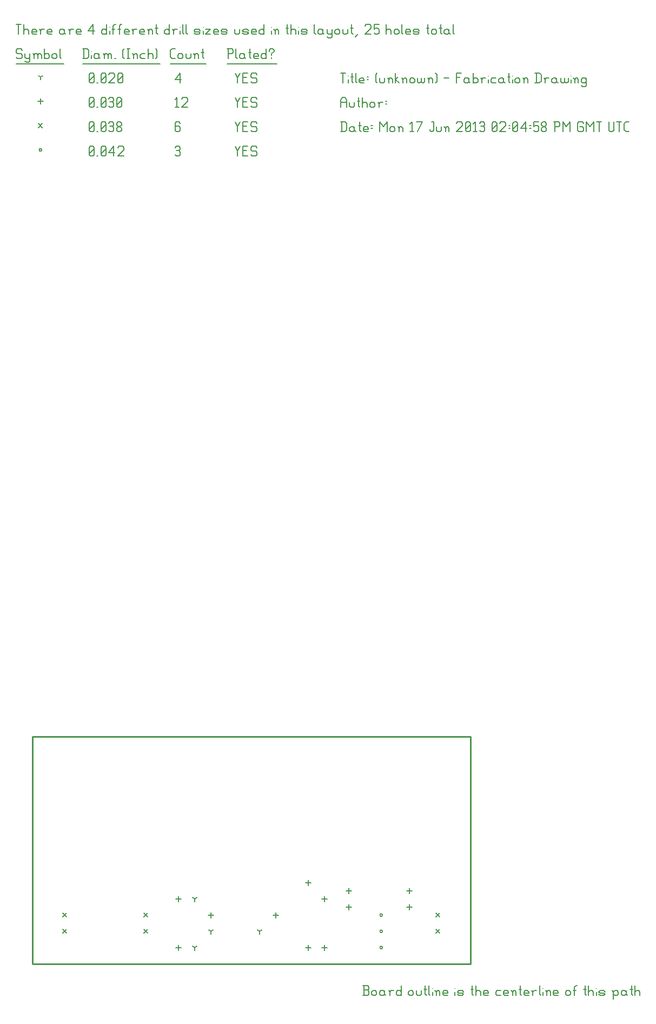
<source format=gbr>
G04 start of page 12 for group -3984 idx -3984 *
G04 Title: (unknown), fab *
G04 Creator: pcb 20110918 *
G04 CreationDate: Mon 17 Jun 2013 02:04:58 PM GMT UTC *
G04 For: commonadmin *
G04 Format: Gerber/RS-274X *
G04 PCB-Dimensions: 600000 500000 *
G04 PCB-Coordinate-Origin: lower left *
%MOIN*%
%FSLAX25Y25*%
%LNFAB*%
%ADD50C,0.0100*%
%ADD49C,0.0075*%
%ADD48C,0.0060*%
%ADD47C,0.0080*%
G54D47*X224200Y20000D02*G75*G03X225800Y20000I800J0D01*G01*
G75*G03X224200Y20000I-800J0D01*G01*
Y30000D02*G75*G03X225800Y30000I800J0D01*G01*
G75*G03X224200Y30000I-800J0D01*G01*
Y40000D02*G75*G03X225800Y40000I800J0D01*G01*
G75*G03X224200Y40000I-800J0D01*G01*
X14200Y511250D02*G75*G03X15800Y511250I800J0D01*G01*
G75*G03X14200Y511250I-800J0D01*G01*
G54D48*X135000Y513500D02*X136500Y510500D01*
X138000Y513500D01*
X136500Y510500D02*Y507500D01*
X139800Y510800D02*X142050D01*
X139800Y507500D02*X142800D01*
X139800Y513500D02*Y507500D01*
Y513500D02*X142800D01*
X147600D02*X148350Y512750D01*
X145350Y513500D02*X147600D01*
X144600Y512750D02*X145350Y513500D01*
X144600Y512750D02*Y511250D01*
X145350Y510500D01*
X147600D01*
X148350Y509750D01*
Y508250D01*
X147600Y507500D02*X148350Y508250D01*
X145350Y507500D02*X147600D01*
X144600Y508250D02*X145350Y507500D01*
X98000Y512750D02*X98750Y513500D01*
X100250D01*
X101000Y512750D01*
X100250Y507500D02*X101000Y508250D01*
X98750Y507500D02*X100250D01*
X98000Y508250D02*X98750Y507500D01*
Y510800D02*X100250D01*
X101000Y512750D02*Y511550D01*
Y510050D02*Y508250D01*
Y510050D02*X100250Y510800D01*
X101000Y511550D02*X100250Y510800D01*
X45000Y508250D02*X45750Y507500D01*
X45000Y512750D02*Y508250D01*
Y512750D02*X45750Y513500D01*
X47250D01*
X48000Y512750D01*
Y508250D01*
X47250Y507500D02*X48000Y508250D01*
X45750Y507500D02*X47250D01*
X45000Y509000D02*X48000Y512000D01*
X49800Y507500D02*X50550D01*
X52350Y508250D02*X53100Y507500D01*
X52350Y512750D02*Y508250D01*
Y512750D02*X53100Y513500D01*
X54600D01*
X55350Y512750D01*
Y508250D01*
X54600Y507500D02*X55350Y508250D01*
X53100Y507500D02*X54600D01*
X52350Y509000D02*X55350Y512000D01*
X57150Y509750D02*X60150Y513500D01*
X57150Y509750D02*X60900D01*
X60150Y513500D02*Y507500D01*
X62700Y512750D02*X63450Y513500D01*
X65700D01*
X66450Y512750D01*
Y511250D01*
X62700Y507500D02*X66450Y511250D01*
X62700Y507500D02*X66450D01*
X28800Y31200D02*X31200Y28800D01*
X28800D02*X31200Y31200D01*
X28800Y41200D02*X31200Y38800D01*
X28800D02*X31200Y41200D01*
X78800Y31200D02*X81200Y28800D01*
X78800D02*X81200Y31200D01*
X78800Y41200D02*X81200Y38800D01*
X78800D02*X81200Y41200D01*
X258800Y31200D02*X261200Y28800D01*
X258800D02*X261200Y31200D01*
X258800Y41200D02*X261200Y38800D01*
X258800D02*X261200Y41200D01*
X13800Y527450D02*X16200Y525050D01*
X13800D02*X16200Y527450D01*
X135000Y528500D02*X136500Y525500D01*
X138000Y528500D01*
X136500Y525500D02*Y522500D01*
X139800Y525800D02*X142050D01*
X139800Y522500D02*X142800D01*
X139800Y528500D02*Y522500D01*
Y528500D02*X142800D01*
X147600D02*X148350Y527750D01*
X145350Y528500D02*X147600D01*
X144600Y527750D02*X145350Y528500D01*
X144600Y527750D02*Y526250D01*
X145350Y525500D01*
X147600D01*
X148350Y524750D01*
Y523250D01*
X147600Y522500D02*X148350Y523250D01*
X145350Y522500D02*X147600D01*
X144600Y523250D02*X145350Y522500D01*
X100250Y528500D02*X101000Y527750D01*
X98750Y528500D02*X100250D01*
X98000Y527750D02*X98750Y528500D01*
X98000Y527750D02*Y523250D01*
X98750Y522500D01*
X100250Y525800D02*X101000Y525050D01*
X98000Y525800D02*X100250D01*
X98750Y522500D02*X100250D01*
X101000Y523250D01*
Y525050D02*Y523250D01*
X45000D02*X45750Y522500D01*
X45000Y527750D02*Y523250D01*
Y527750D02*X45750Y528500D01*
X47250D01*
X48000Y527750D01*
Y523250D01*
X47250Y522500D02*X48000Y523250D01*
X45750Y522500D02*X47250D01*
X45000Y524000D02*X48000Y527000D01*
X49800Y522500D02*X50550D01*
X52350Y523250D02*X53100Y522500D01*
X52350Y527750D02*Y523250D01*
Y527750D02*X53100Y528500D01*
X54600D01*
X55350Y527750D01*
Y523250D01*
X54600Y522500D02*X55350Y523250D01*
X53100Y522500D02*X54600D01*
X52350Y524000D02*X55350Y527000D01*
X57150Y527750D02*X57900Y528500D01*
X59400D01*
X60150Y527750D01*
X59400Y522500D02*X60150Y523250D01*
X57900Y522500D02*X59400D01*
X57150Y523250D02*X57900Y522500D01*
Y525800D02*X59400D01*
X60150Y527750D02*Y526550D01*
Y525050D02*Y523250D01*
Y525050D02*X59400Y525800D01*
X60150Y526550D02*X59400Y525800D01*
X61950Y523250D02*X62700Y522500D01*
X61950Y524450D02*Y523250D01*
Y524450D02*X63000Y525500D01*
X63900D01*
X64950Y524450D01*
Y523250D01*
X64200Y522500D02*X64950Y523250D01*
X62700Y522500D02*X64200D01*
X61950Y526550D02*X63000Y525500D01*
X61950Y527750D02*Y526550D01*
Y527750D02*X62700Y528500D01*
X64200D01*
X64950Y527750D01*
Y526550D01*
X63900Y525500D02*X64950Y526550D01*
X100000Y21600D02*Y18400D01*
X98400Y20000D02*X101600D01*
X100000Y51600D02*Y48400D01*
X98400Y50000D02*X101600D01*
X120000Y41600D02*Y38400D01*
X118400Y40000D02*X121600D01*
X160000Y41600D02*Y38400D01*
X158400Y40000D02*X161600D01*
X190000Y21600D02*Y18400D01*
X188400Y20000D02*X191600D01*
X190000Y51600D02*Y48400D01*
X188400Y50000D02*X191600D01*
X180000Y61600D02*Y58400D01*
X178400Y60000D02*X181600D01*
X180000Y21600D02*Y18400D01*
X178400Y20000D02*X181600D01*
X205000Y56600D02*Y53400D01*
X203400Y55000D02*X206600D01*
X205000Y46600D02*Y43400D01*
X203400Y45000D02*X206600D01*
X242500Y56600D02*Y53400D01*
X240900Y55000D02*X244100D01*
X242500Y46600D02*Y43400D01*
X240900Y45000D02*X244100D01*
X15000Y542850D02*Y539650D01*
X13400Y541250D02*X16600D01*
X135000Y543500D02*X136500Y540500D01*
X138000Y543500D01*
X136500Y540500D02*Y537500D01*
X139800Y540800D02*X142050D01*
X139800Y537500D02*X142800D01*
X139800Y543500D02*Y537500D01*
Y543500D02*X142800D01*
X147600D02*X148350Y542750D01*
X145350Y543500D02*X147600D01*
X144600Y542750D02*X145350Y543500D01*
X144600Y542750D02*Y541250D01*
X145350Y540500D01*
X147600D01*
X148350Y539750D01*
Y538250D01*
X147600Y537500D02*X148350Y538250D01*
X145350Y537500D02*X147600D01*
X144600Y538250D02*X145350Y537500D01*
X98000Y542300D02*X99200Y543500D01*
Y537500D01*
X98000D02*X100250D01*
X102050Y542750D02*X102800Y543500D01*
X105050D01*
X105800Y542750D01*
Y541250D01*
X102050Y537500D02*X105800Y541250D01*
X102050Y537500D02*X105800D01*
X45000Y538250D02*X45750Y537500D01*
X45000Y542750D02*Y538250D01*
Y542750D02*X45750Y543500D01*
X47250D01*
X48000Y542750D01*
Y538250D01*
X47250Y537500D02*X48000Y538250D01*
X45750Y537500D02*X47250D01*
X45000Y539000D02*X48000Y542000D01*
X49800Y537500D02*X50550D01*
X52350Y538250D02*X53100Y537500D01*
X52350Y542750D02*Y538250D01*
Y542750D02*X53100Y543500D01*
X54600D01*
X55350Y542750D01*
Y538250D01*
X54600Y537500D02*X55350Y538250D01*
X53100Y537500D02*X54600D01*
X52350Y539000D02*X55350Y542000D01*
X57150Y542750D02*X57900Y543500D01*
X59400D01*
X60150Y542750D01*
X59400Y537500D02*X60150Y538250D01*
X57900Y537500D02*X59400D01*
X57150Y538250D02*X57900Y537500D01*
Y540800D02*X59400D01*
X60150Y542750D02*Y541550D01*
Y540050D02*Y538250D01*
Y540050D02*X59400Y540800D01*
X60150Y541550D02*X59400Y540800D01*
X61950Y538250D02*X62700Y537500D01*
X61950Y542750D02*Y538250D01*
Y542750D02*X62700Y543500D01*
X64200D01*
X64950Y542750D01*
Y538250D01*
X64200Y537500D02*X64950Y538250D01*
X62700Y537500D02*X64200D01*
X61950Y539000D02*X64950Y542000D01*
X110000Y50000D02*Y48400D01*
Y50000D02*X111387Y50800D01*
X110000Y50000D02*X108613Y50800D01*
X110000Y20000D02*Y18400D01*
Y20000D02*X111387Y20800D01*
X110000Y20000D02*X108613Y20800D01*
X150000Y30000D02*Y28400D01*
Y30000D02*X151387Y30800D01*
X150000Y30000D02*X148613Y30800D01*
X120000Y30000D02*Y28400D01*
Y30000D02*X121387Y30800D01*
X120000Y30000D02*X118613Y30800D01*
X15000Y556250D02*Y554650D01*
Y556250D02*X16387Y557050D01*
X15000Y556250D02*X13613Y557050D01*
X135000Y558500D02*X136500Y555500D01*
X138000Y558500D01*
X136500Y555500D02*Y552500D01*
X139800Y555800D02*X142050D01*
X139800Y552500D02*X142800D01*
X139800Y558500D02*Y552500D01*
Y558500D02*X142800D01*
X147600D02*X148350Y557750D01*
X145350Y558500D02*X147600D01*
X144600Y557750D02*X145350Y558500D01*
X144600Y557750D02*Y556250D01*
X145350Y555500D01*
X147600D01*
X148350Y554750D01*
Y553250D01*
X147600Y552500D02*X148350Y553250D01*
X145350Y552500D02*X147600D01*
X144600Y553250D02*X145350Y552500D01*
X98000Y554750D02*X101000Y558500D01*
X98000Y554750D02*X101750D01*
X101000Y558500D02*Y552500D01*
X45000Y553250D02*X45750Y552500D01*
X45000Y557750D02*Y553250D01*
Y557750D02*X45750Y558500D01*
X47250D01*
X48000Y557750D01*
Y553250D01*
X47250Y552500D02*X48000Y553250D01*
X45750Y552500D02*X47250D01*
X45000Y554000D02*X48000Y557000D01*
X49800Y552500D02*X50550D01*
X52350Y553250D02*X53100Y552500D01*
X52350Y557750D02*Y553250D01*
Y557750D02*X53100Y558500D01*
X54600D01*
X55350Y557750D01*
Y553250D01*
X54600Y552500D02*X55350Y553250D01*
X53100Y552500D02*X54600D01*
X52350Y554000D02*X55350Y557000D01*
X57150Y557750D02*X57900Y558500D01*
X60150D01*
X60900Y557750D01*
Y556250D01*
X57150Y552500D02*X60900Y556250D01*
X57150Y552500D02*X60900D01*
X62700Y553250D02*X63450Y552500D01*
X62700Y557750D02*Y553250D01*
Y557750D02*X63450Y558500D01*
X64950D01*
X65700Y557750D01*
Y553250D01*
X64950Y552500D02*X65700Y553250D01*
X63450Y552500D02*X64950D01*
X62700Y554000D02*X65700Y557000D01*
X3000Y573500D02*X3750Y572750D01*
X750Y573500D02*X3000D01*
X0Y572750D02*X750Y573500D01*
X0Y572750D02*Y571250D01*
X750Y570500D01*
X3000D01*
X3750Y569750D01*
Y568250D01*
X3000Y567500D02*X3750Y568250D01*
X750Y567500D02*X3000D01*
X0Y568250D02*X750Y567500D01*
X5550Y570500D02*Y568250D01*
X6300Y567500D01*
X8550Y570500D02*Y566000D01*
X7800Y565250D02*X8550Y566000D01*
X6300Y565250D02*X7800D01*
X5550Y566000D02*X6300Y565250D01*
Y567500D02*X7800D01*
X8550Y568250D01*
X11100Y569750D02*Y567500D01*
Y569750D02*X11850Y570500D01*
X12600D01*
X13350Y569750D01*
Y567500D01*
Y569750D02*X14100Y570500D01*
X14850D01*
X15600Y569750D01*
Y567500D01*
X10350Y570500D02*X11100Y569750D01*
X17400Y573500D02*Y567500D01*
Y568250D02*X18150Y567500D01*
X19650D01*
X20400Y568250D01*
Y569750D02*Y568250D01*
X19650Y570500D02*X20400Y569750D01*
X18150Y570500D02*X19650D01*
X17400Y569750D02*X18150Y570500D01*
X22200Y569750D02*Y568250D01*
Y569750D02*X22950Y570500D01*
X24450D01*
X25200Y569750D01*
Y568250D01*
X24450Y567500D02*X25200Y568250D01*
X22950Y567500D02*X24450D01*
X22200Y568250D02*X22950Y567500D01*
X27000Y573500D02*Y568250D01*
X27750Y567500D01*
X0Y564250D02*X29250D01*
X41750Y573500D02*Y567500D01*
X43700Y573500D02*X44750Y572450D01*
Y568550D01*
X43700Y567500D02*X44750Y568550D01*
X41000Y567500D02*X43700D01*
X41000Y573500D02*X43700D01*
G54D49*X46550Y572000D02*Y571850D01*
G54D48*Y569750D02*Y567500D01*
X50300Y570500D02*X51050Y569750D01*
X48800Y570500D02*X50300D01*
X48050Y569750D02*X48800Y570500D01*
X48050Y569750D02*Y568250D01*
X48800Y567500D01*
X51050Y570500D02*Y568250D01*
X51800Y567500D01*
X48800D02*X50300D01*
X51050Y568250D01*
X54350Y569750D02*Y567500D01*
Y569750D02*X55100Y570500D01*
X55850D01*
X56600Y569750D01*
Y567500D01*
Y569750D02*X57350Y570500D01*
X58100D01*
X58850Y569750D01*
Y567500D01*
X53600Y570500D02*X54350Y569750D01*
X60650Y567500D02*X61400D01*
X65900Y568250D02*X66650Y567500D01*
X65900Y572750D02*X66650Y573500D01*
X65900Y572750D02*Y568250D01*
X68450Y573500D02*X69950D01*
X69200D02*Y567500D01*
X68450D02*X69950D01*
X72500Y569750D02*Y567500D01*
Y569750D02*X73250Y570500D01*
X74000D01*
X74750Y569750D01*
Y567500D01*
X71750Y570500D02*X72500Y569750D01*
X77300Y570500D02*X79550D01*
X76550Y569750D02*X77300Y570500D01*
X76550Y569750D02*Y568250D01*
X77300Y567500D01*
X79550D01*
X81350Y573500D02*Y567500D01*
Y569750D02*X82100Y570500D01*
X83600D01*
X84350Y569750D01*
Y567500D01*
X86150Y573500D02*X86900Y572750D01*
Y568250D01*
X86150Y567500D02*X86900Y568250D01*
X41000Y564250D02*X88700D01*
X96050Y567500D02*X98000D01*
X95000Y568550D02*X96050Y567500D01*
X95000Y572450D02*Y568550D01*
Y572450D02*X96050Y573500D01*
X98000D01*
X99800Y569750D02*Y568250D01*
Y569750D02*X100550Y570500D01*
X102050D01*
X102800Y569750D01*
Y568250D01*
X102050Y567500D02*X102800Y568250D01*
X100550Y567500D02*X102050D01*
X99800Y568250D02*X100550Y567500D01*
X104600Y570500D02*Y568250D01*
X105350Y567500D01*
X106850D01*
X107600Y568250D01*
Y570500D02*Y568250D01*
X110150Y569750D02*Y567500D01*
Y569750D02*X110900Y570500D01*
X111650D01*
X112400Y569750D01*
Y567500D01*
X109400Y570500D02*X110150Y569750D01*
X114950Y573500D02*Y568250D01*
X115700Y567500D01*
X114200Y571250D02*X115700D01*
X95000Y564250D02*X117200D01*
X130750Y573500D02*Y567500D01*
X130000Y573500D02*X133000D01*
X133750Y572750D01*
Y571250D01*
X133000Y570500D02*X133750Y571250D01*
X130750Y570500D02*X133000D01*
X135550Y573500D02*Y568250D01*
X136300Y567500D01*
X140050Y570500D02*X140800Y569750D01*
X138550Y570500D02*X140050D01*
X137800Y569750D02*X138550Y570500D01*
X137800Y569750D02*Y568250D01*
X138550Y567500D01*
X140800Y570500D02*Y568250D01*
X141550Y567500D01*
X138550D02*X140050D01*
X140800Y568250D01*
X144100Y573500D02*Y568250D01*
X144850Y567500D01*
X143350Y571250D02*X144850D01*
X147100Y567500D02*X149350D01*
X146350Y568250D02*X147100Y567500D01*
X146350Y569750D02*Y568250D01*
Y569750D02*X147100Y570500D01*
X148600D01*
X149350Y569750D01*
X146350Y569000D02*X149350D01*
Y569750D02*Y569000D01*
X154150Y573500D02*Y567500D01*
X153400D02*X154150Y568250D01*
X151900Y567500D02*X153400D01*
X151150Y568250D02*X151900Y567500D01*
X151150Y569750D02*Y568250D01*
Y569750D02*X151900Y570500D01*
X153400D01*
X154150Y569750D01*
X157450Y570500D02*Y569750D01*
Y568250D02*Y567500D01*
X155950Y572750D02*Y572000D01*
Y572750D02*X156700Y573500D01*
X158200D01*
X158950Y572750D01*
Y572000D01*
X157450Y570500D02*X158950Y572000D01*
X130000Y564250D02*X160750D01*
X0Y588500D02*X3000D01*
X1500D02*Y582500D01*
X4800Y588500D02*Y582500D01*
Y584750D02*X5550Y585500D01*
X7050D01*
X7800Y584750D01*
Y582500D01*
X10350D02*X12600D01*
X9600Y583250D02*X10350Y582500D01*
X9600Y584750D02*Y583250D01*
Y584750D02*X10350Y585500D01*
X11850D01*
X12600Y584750D01*
X9600Y584000D02*X12600D01*
Y584750D02*Y584000D01*
X15150Y584750D02*Y582500D01*
Y584750D02*X15900Y585500D01*
X17400D01*
X14400D02*X15150Y584750D01*
X19950Y582500D02*X22200D01*
X19200Y583250D02*X19950Y582500D01*
X19200Y584750D02*Y583250D01*
Y584750D02*X19950Y585500D01*
X21450D01*
X22200Y584750D01*
X19200Y584000D02*X22200D01*
Y584750D02*Y584000D01*
X28950Y585500D02*X29700Y584750D01*
X27450Y585500D02*X28950D01*
X26700Y584750D02*X27450Y585500D01*
X26700Y584750D02*Y583250D01*
X27450Y582500D01*
X29700Y585500D02*Y583250D01*
X30450Y582500D01*
X27450D02*X28950D01*
X29700Y583250D01*
X33000Y584750D02*Y582500D01*
Y584750D02*X33750Y585500D01*
X35250D01*
X32250D02*X33000Y584750D01*
X37800Y582500D02*X40050D01*
X37050Y583250D02*X37800Y582500D01*
X37050Y584750D02*Y583250D01*
Y584750D02*X37800Y585500D01*
X39300D01*
X40050Y584750D01*
X37050Y584000D02*X40050D01*
Y584750D02*Y584000D01*
X44550Y584750D02*X47550Y588500D01*
X44550Y584750D02*X48300D01*
X47550Y588500D02*Y582500D01*
X55800Y588500D02*Y582500D01*
X55050D02*X55800Y583250D01*
X53550Y582500D02*X55050D01*
X52800Y583250D02*X53550Y582500D01*
X52800Y584750D02*Y583250D01*
Y584750D02*X53550Y585500D01*
X55050D01*
X55800Y584750D01*
G54D49*X57600Y587000D02*Y586850D01*
G54D48*Y584750D02*Y582500D01*
X59850Y587750D02*Y582500D01*
Y587750D02*X60600Y588500D01*
X61350D01*
X59100Y585500D02*X60600D01*
X63600Y587750D02*Y582500D01*
Y587750D02*X64350Y588500D01*
X65100D01*
X62850Y585500D02*X64350D01*
X67350Y582500D02*X69600D01*
X66600Y583250D02*X67350Y582500D01*
X66600Y584750D02*Y583250D01*
Y584750D02*X67350Y585500D01*
X68850D01*
X69600Y584750D01*
X66600Y584000D02*X69600D01*
Y584750D02*Y584000D01*
X72150Y584750D02*Y582500D01*
Y584750D02*X72900Y585500D01*
X74400D01*
X71400D02*X72150Y584750D01*
X76950Y582500D02*X79200D01*
X76200Y583250D02*X76950Y582500D01*
X76200Y584750D02*Y583250D01*
Y584750D02*X76950Y585500D01*
X78450D01*
X79200Y584750D01*
X76200Y584000D02*X79200D01*
Y584750D02*Y584000D01*
X81750Y584750D02*Y582500D01*
Y584750D02*X82500Y585500D01*
X83250D01*
X84000Y584750D01*
Y582500D01*
X81000Y585500D02*X81750Y584750D01*
X86550Y588500D02*Y583250D01*
X87300Y582500D01*
X85800Y586250D02*X87300D01*
X94500Y588500D02*Y582500D01*
X93750D02*X94500Y583250D01*
X92250Y582500D02*X93750D01*
X91500Y583250D02*X92250Y582500D01*
X91500Y584750D02*Y583250D01*
Y584750D02*X92250Y585500D01*
X93750D01*
X94500Y584750D01*
X97050D02*Y582500D01*
Y584750D02*X97800Y585500D01*
X99300D01*
X96300D02*X97050Y584750D01*
G54D49*X101100Y587000D02*Y586850D01*
G54D48*Y584750D02*Y582500D01*
X102600Y588500D02*Y583250D01*
X103350Y582500D01*
X104850Y588500D02*Y583250D01*
X105600Y582500D01*
X110550D02*X112800D01*
X113550Y583250D01*
X112800Y584000D02*X113550Y583250D01*
X110550Y584000D02*X112800D01*
X109800Y584750D02*X110550Y584000D01*
X109800Y584750D02*X110550Y585500D01*
X112800D01*
X113550Y584750D01*
X109800Y583250D02*X110550Y582500D01*
G54D49*X115350Y587000D02*Y586850D01*
G54D48*Y584750D02*Y582500D01*
X116850Y585500D02*X119850D01*
X116850Y582500D02*X119850Y585500D01*
X116850Y582500D02*X119850D01*
X122400D02*X124650D01*
X121650Y583250D02*X122400Y582500D01*
X121650Y584750D02*Y583250D01*
Y584750D02*X122400Y585500D01*
X123900D01*
X124650Y584750D01*
X121650Y584000D02*X124650D01*
Y584750D02*Y584000D01*
X127200Y582500D02*X129450D01*
X130200Y583250D01*
X129450Y584000D02*X130200Y583250D01*
X127200Y584000D02*X129450D01*
X126450Y584750D02*X127200Y584000D01*
X126450Y584750D02*X127200Y585500D01*
X129450D01*
X130200Y584750D01*
X126450Y583250D02*X127200Y582500D01*
X134700Y585500D02*Y583250D01*
X135450Y582500D01*
X136950D01*
X137700Y583250D01*
Y585500D02*Y583250D01*
X140250Y582500D02*X142500D01*
X143250Y583250D01*
X142500Y584000D02*X143250Y583250D01*
X140250Y584000D02*X142500D01*
X139500Y584750D02*X140250Y584000D01*
X139500Y584750D02*X140250Y585500D01*
X142500D01*
X143250Y584750D01*
X139500Y583250D02*X140250Y582500D01*
X145800D02*X148050D01*
X145050Y583250D02*X145800Y582500D01*
X145050Y584750D02*Y583250D01*
Y584750D02*X145800Y585500D01*
X147300D01*
X148050Y584750D01*
X145050Y584000D02*X148050D01*
Y584750D02*Y584000D01*
X152850Y588500D02*Y582500D01*
X152100D02*X152850Y583250D01*
X150600Y582500D02*X152100D01*
X149850Y583250D02*X150600Y582500D01*
X149850Y584750D02*Y583250D01*
Y584750D02*X150600Y585500D01*
X152100D01*
X152850Y584750D01*
G54D49*X157350Y587000D02*Y586850D01*
G54D48*Y584750D02*Y582500D01*
X159600Y584750D02*Y582500D01*
Y584750D02*X160350Y585500D01*
X161100D01*
X161850Y584750D01*
Y582500D01*
X158850Y585500D02*X159600Y584750D01*
X167100Y588500D02*Y583250D01*
X167850Y582500D01*
X166350Y586250D02*X167850D01*
X169350Y588500D02*Y582500D01*
Y584750D02*X170100Y585500D01*
X171600D01*
X172350Y584750D01*
Y582500D01*
G54D49*X174150Y587000D02*Y586850D01*
G54D48*Y584750D02*Y582500D01*
X176400D02*X178650D01*
X179400Y583250D01*
X178650Y584000D02*X179400Y583250D01*
X176400Y584000D02*X178650D01*
X175650Y584750D02*X176400Y584000D01*
X175650Y584750D02*X176400Y585500D01*
X178650D01*
X179400Y584750D01*
X175650Y583250D02*X176400Y582500D01*
X183900Y588500D02*Y583250D01*
X184650Y582500D01*
X188400Y585500D02*X189150Y584750D01*
X186900Y585500D02*X188400D01*
X186150Y584750D02*X186900Y585500D01*
X186150Y584750D02*Y583250D01*
X186900Y582500D01*
X189150Y585500D02*Y583250D01*
X189900Y582500D01*
X186900D02*X188400D01*
X189150Y583250D01*
X191700Y585500D02*Y583250D01*
X192450Y582500D01*
X194700Y585500D02*Y581000D01*
X193950Y580250D02*X194700Y581000D01*
X192450Y580250D02*X193950D01*
X191700Y581000D02*X192450Y580250D01*
Y582500D02*X193950D01*
X194700Y583250D01*
X196500Y584750D02*Y583250D01*
Y584750D02*X197250Y585500D01*
X198750D01*
X199500Y584750D01*
Y583250D01*
X198750Y582500D02*X199500Y583250D01*
X197250Y582500D02*X198750D01*
X196500Y583250D02*X197250Y582500D01*
X201300Y585500D02*Y583250D01*
X202050Y582500D01*
X203550D01*
X204300Y583250D01*
Y585500D02*Y583250D01*
X206850Y588500D02*Y583250D01*
X207600Y582500D01*
X206100Y586250D02*X207600D01*
X209100Y581000D02*X210600Y582500D01*
X215100Y587750D02*X215850Y588500D01*
X218100D01*
X218850Y587750D01*
Y586250D01*
X215100Y582500D02*X218850Y586250D01*
X215100Y582500D02*X218850D01*
X220650Y588500D02*X223650D01*
X220650D02*Y585500D01*
X221400Y586250D01*
X222900D01*
X223650Y585500D01*
Y583250D01*
X222900Y582500D02*X223650Y583250D01*
X221400Y582500D02*X222900D01*
X220650Y583250D02*X221400Y582500D01*
X228150Y588500D02*Y582500D01*
Y584750D02*X228900Y585500D01*
X230400D01*
X231150Y584750D01*
Y582500D01*
X232950Y584750D02*Y583250D01*
Y584750D02*X233700Y585500D01*
X235200D01*
X235950Y584750D01*
Y583250D01*
X235200Y582500D02*X235950Y583250D01*
X233700Y582500D02*X235200D01*
X232950Y583250D02*X233700Y582500D01*
X237750Y588500D02*Y583250D01*
X238500Y582500D01*
X240750D02*X243000D01*
X240000Y583250D02*X240750Y582500D01*
X240000Y584750D02*Y583250D01*
Y584750D02*X240750Y585500D01*
X242250D01*
X243000Y584750D01*
X240000Y584000D02*X243000D01*
Y584750D02*Y584000D01*
X245550Y582500D02*X247800D01*
X248550Y583250D01*
X247800Y584000D02*X248550Y583250D01*
X245550Y584000D02*X247800D01*
X244800Y584750D02*X245550Y584000D01*
X244800Y584750D02*X245550Y585500D01*
X247800D01*
X248550Y584750D01*
X244800Y583250D02*X245550Y582500D01*
X253800Y588500D02*Y583250D01*
X254550Y582500D01*
X253050Y586250D02*X254550D01*
X256050Y584750D02*Y583250D01*
Y584750D02*X256800Y585500D01*
X258300D01*
X259050Y584750D01*
Y583250D01*
X258300Y582500D02*X259050Y583250D01*
X256800Y582500D02*X258300D01*
X256050Y583250D02*X256800Y582500D01*
X261600Y588500D02*Y583250D01*
X262350Y582500D01*
X260850Y586250D02*X262350D01*
X266100Y585500D02*X266850Y584750D01*
X264600Y585500D02*X266100D01*
X263850Y584750D02*X264600Y585500D01*
X263850Y584750D02*Y583250D01*
X264600Y582500D01*
X266850Y585500D02*Y583250D01*
X267600Y582500D01*
X264600D02*X266100D01*
X266850Y583250D01*
X269400Y588500D02*Y583250D01*
X270150Y582500D01*
G54D50*X10000Y10000D02*X280000D01*
Y150000D01*
X10000D01*
Y10000D01*
G54D48*X213675Y-9500D02*X216675D01*
X217425Y-8750D01*
Y-6950D02*Y-8750D01*
X216675Y-6200D02*X217425Y-6950D01*
X214425Y-6200D02*X216675D01*
X214425Y-3500D02*Y-9500D01*
X213675Y-3500D02*X216675D01*
X217425Y-4250D01*
Y-5450D01*
X216675Y-6200D02*X217425Y-5450D01*
X219225Y-7250D02*Y-8750D01*
Y-7250D02*X219975Y-6500D01*
X221475D01*
X222225Y-7250D01*
Y-8750D01*
X221475Y-9500D02*X222225Y-8750D01*
X219975Y-9500D02*X221475D01*
X219225Y-8750D02*X219975Y-9500D01*
X226275Y-6500D02*X227025Y-7250D01*
X224775Y-6500D02*X226275D01*
X224025Y-7250D02*X224775Y-6500D01*
X224025Y-7250D02*Y-8750D01*
X224775Y-9500D01*
X227025Y-6500D02*Y-8750D01*
X227775Y-9500D01*
X224775D02*X226275D01*
X227025Y-8750D01*
X230325Y-7250D02*Y-9500D01*
Y-7250D02*X231075Y-6500D01*
X232575D01*
X229575D02*X230325Y-7250D01*
X237375Y-3500D02*Y-9500D01*
X236625D02*X237375Y-8750D01*
X235125Y-9500D02*X236625D01*
X234375Y-8750D02*X235125Y-9500D01*
X234375Y-7250D02*Y-8750D01*
Y-7250D02*X235125Y-6500D01*
X236625D01*
X237375Y-7250D01*
X241875D02*Y-8750D01*
Y-7250D02*X242625Y-6500D01*
X244125D01*
X244875Y-7250D01*
Y-8750D01*
X244125Y-9500D02*X244875Y-8750D01*
X242625Y-9500D02*X244125D01*
X241875Y-8750D02*X242625Y-9500D01*
X246675Y-6500D02*Y-8750D01*
X247425Y-9500D01*
X248925D01*
X249675Y-8750D01*
Y-6500D02*Y-8750D01*
X252225Y-3500D02*Y-8750D01*
X252975Y-9500D01*
X251475Y-5750D02*X252975D01*
X254475Y-3500D02*Y-8750D01*
X255225Y-9500D01*
G54D49*X256725Y-5000D02*Y-5150D01*
G54D48*Y-7250D02*Y-9500D01*
X258975Y-7250D02*Y-9500D01*
Y-7250D02*X259725Y-6500D01*
X260475D01*
X261225Y-7250D01*
Y-9500D01*
X258225Y-6500D02*X258975Y-7250D01*
X263775Y-9500D02*X266025D01*
X263025Y-8750D02*X263775Y-9500D01*
X263025Y-7250D02*Y-8750D01*
Y-7250D02*X263775Y-6500D01*
X265275D01*
X266025Y-7250D01*
X263025Y-8000D02*X266025D01*
Y-7250D02*Y-8000D01*
G54D49*X270525Y-5000D02*Y-5150D01*
G54D48*Y-7250D02*Y-9500D01*
X272775D02*X275025D01*
X275775Y-8750D01*
X275025Y-8000D02*X275775Y-8750D01*
X272775Y-8000D02*X275025D01*
X272025Y-7250D02*X272775Y-8000D01*
X272025Y-7250D02*X272775Y-6500D01*
X275025D01*
X275775Y-7250D01*
X272025Y-8750D02*X272775Y-9500D01*
X281025Y-3500D02*Y-8750D01*
X281775Y-9500D01*
X280275Y-5750D02*X281775D01*
X283275Y-3500D02*Y-9500D01*
Y-7250D02*X284025Y-6500D01*
X285525D01*
X286275Y-7250D01*
Y-9500D01*
X288825D02*X291075D01*
X288075Y-8750D02*X288825Y-9500D01*
X288075Y-7250D02*Y-8750D01*
Y-7250D02*X288825Y-6500D01*
X290325D01*
X291075Y-7250D01*
X288075Y-8000D02*X291075D01*
Y-7250D02*Y-8000D01*
X296325Y-6500D02*X298575D01*
X295575Y-7250D02*X296325Y-6500D01*
X295575Y-7250D02*Y-8750D01*
X296325Y-9500D01*
X298575D01*
X301125D02*X303375D01*
X300375Y-8750D02*X301125Y-9500D01*
X300375Y-7250D02*Y-8750D01*
Y-7250D02*X301125Y-6500D01*
X302625D01*
X303375Y-7250D01*
X300375Y-8000D02*X303375D01*
Y-7250D02*Y-8000D01*
X305925Y-7250D02*Y-9500D01*
Y-7250D02*X306675Y-6500D01*
X307425D01*
X308175Y-7250D01*
Y-9500D01*
X305175Y-6500D02*X305925Y-7250D01*
X310725Y-3500D02*Y-8750D01*
X311475Y-9500D01*
X309975Y-5750D02*X311475D01*
X313725Y-9500D02*X315975D01*
X312975Y-8750D02*X313725Y-9500D01*
X312975Y-7250D02*Y-8750D01*
Y-7250D02*X313725Y-6500D01*
X315225D01*
X315975Y-7250D01*
X312975Y-8000D02*X315975D01*
Y-7250D02*Y-8000D01*
X318525Y-7250D02*Y-9500D01*
Y-7250D02*X319275Y-6500D01*
X320775D01*
X317775D02*X318525Y-7250D01*
X322575Y-3500D02*Y-8750D01*
X323325Y-9500D01*
G54D49*X324825Y-5000D02*Y-5150D01*
G54D48*Y-7250D02*Y-9500D01*
X327075Y-7250D02*Y-9500D01*
Y-7250D02*X327825Y-6500D01*
X328575D01*
X329325Y-7250D01*
Y-9500D01*
X326325Y-6500D02*X327075Y-7250D01*
X331875Y-9500D02*X334125D01*
X331125Y-8750D02*X331875Y-9500D01*
X331125Y-7250D02*Y-8750D01*
Y-7250D02*X331875Y-6500D01*
X333375D01*
X334125Y-7250D01*
X331125Y-8000D02*X334125D01*
Y-7250D02*Y-8000D01*
X338625Y-7250D02*Y-8750D01*
Y-7250D02*X339375Y-6500D01*
X340875D01*
X341625Y-7250D01*
Y-8750D01*
X340875Y-9500D02*X341625Y-8750D01*
X339375Y-9500D02*X340875D01*
X338625Y-8750D02*X339375Y-9500D01*
X344175Y-4250D02*Y-9500D01*
Y-4250D02*X344925Y-3500D01*
X345675D01*
X343425Y-6500D02*X344925D01*
X350625Y-3500D02*Y-8750D01*
X351375Y-9500D01*
X349875Y-5750D02*X351375D01*
X352875Y-3500D02*Y-9500D01*
Y-7250D02*X353625Y-6500D01*
X355125D01*
X355875Y-7250D01*
Y-9500D01*
G54D49*X357675Y-5000D02*Y-5150D01*
G54D48*Y-7250D02*Y-9500D01*
X359925D02*X362175D01*
X362925Y-8750D01*
X362175Y-8000D02*X362925Y-8750D01*
X359925Y-8000D02*X362175D01*
X359175Y-7250D02*X359925Y-8000D01*
X359175Y-7250D02*X359925Y-6500D01*
X362175D01*
X362925Y-7250D01*
X359175Y-8750D02*X359925Y-9500D01*
X368175Y-7250D02*Y-11750D01*
X367425Y-6500D02*X368175Y-7250D01*
X368925Y-6500D01*
X370425D01*
X371175Y-7250D01*
Y-8750D01*
X370425Y-9500D02*X371175Y-8750D01*
X368925Y-9500D02*X370425D01*
X368175Y-8750D02*X368925Y-9500D01*
X375225Y-6500D02*X375975Y-7250D01*
X373725Y-6500D02*X375225D01*
X372975Y-7250D02*X373725Y-6500D01*
X372975Y-7250D02*Y-8750D01*
X373725Y-9500D01*
X375975Y-6500D02*Y-8750D01*
X376725Y-9500D01*
X373725D02*X375225D01*
X375975Y-8750D01*
X379275Y-3500D02*Y-8750D01*
X380025Y-9500D01*
X378525Y-5750D02*X380025D01*
X381525Y-3500D02*Y-9500D01*
Y-7250D02*X382275Y-6500D01*
X383775D01*
X384525Y-7250D01*
Y-9500D01*
X200750Y528500D02*Y522500D01*
X202700Y528500D02*X203750Y527450D01*
Y523550D01*
X202700Y522500D02*X203750Y523550D01*
X200000Y522500D02*X202700D01*
X200000Y528500D02*X202700D01*
X207800Y525500D02*X208550Y524750D01*
X206300Y525500D02*X207800D01*
X205550Y524750D02*X206300Y525500D01*
X205550Y524750D02*Y523250D01*
X206300Y522500D01*
X208550Y525500D02*Y523250D01*
X209300Y522500D01*
X206300D02*X207800D01*
X208550Y523250D01*
X211850Y528500D02*Y523250D01*
X212600Y522500D01*
X211100Y526250D02*X212600D01*
X214850Y522500D02*X217100D01*
X214100Y523250D02*X214850Y522500D01*
X214100Y524750D02*Y523250D01*
Y524750D02*X214850Y525500D01*
X216350D01*
X217100Y524750D01*
X214100Y524000D02*X217100D01*
Y524750D02*Y524000D01*
X218900Y526250D02*X219650D01*
X218900Y524750D02*X219650D01*
X224150Y528500D02*Y522500D01*
Y528500D02*X226400Y525500D01*
X228650Y528500D01*
Y522500D01*
X230450Y524750D02*Y523250D01*
Y524750D02*X231200Y525500D01*
X232700D01*
X233450Y524750D01*
Y523250D01*
X232700Y522500D02*X233450Y523250D01*
X231200Y522500D02*X232700D01*
X230450Y523250D02*X231200Y522500D01*
X236000Y524750D02*Y522500D01*
Y524750D02*X236750Y525500D01*
X237500D01*
X238250Y524750D01*
Y522500D01*
X235250Y525500D02*X236000Y524750D01*
X242750Y527300D02*X243950Y528500D01*
Y522500D01*
X242750D02*X245000D01*
X247550D02*X250550Y528500D01*
X246800D02*X250550D01*
X256100D02*X257300D01*
Y523250D01*
X256550Y522500D02*X257300Y523250D01*
X255800Y522500D02*X256550D01*
X255050Y523250D02*X255800Y522500D01*
X255050Y524000D02*Y523250D01*
X259100Y525500D02*Y523250D01*
X259850Y522500D01*
X261350D01*
X262100Y523250D01*
Y525500D02*Y523250D01*
X264650Y524750D02*Y522500D01*
Y524750D02*X265400Y525500D01*
X266150D01*
X266900Y524750D01*
Y522500D01*
X263900Y525500D02*X264650Y524750D01*
X271400Y527750D02*X272150Y528500D01*
X274400D01*
X275150Y527750D01*
Y526250D01*
X271400Y522500D02*X275150Y526250D01*
X271400Y522500D02*X275150D01*
X276950Y523250D02*X277700Y522500D01*
X276950Y527750D02*Y523250D01*
Y527750D02*X277700Y528500D01*
X279200D01*
X279950Y527750D01*
Y523250D01*
X279200Y522500D02*X279950Y523250D01*
X277700Y522500D02*X279200D01*
X276950Y524000D02*X279950Y527000D01*
X281750Y527300D02*X282950Y528500D01*
Y522500D01*
X281750D02*X284000D01*
X285800Y527750D02*X286550Y528500D01*
X288050D01*
X288800Y527750D01*
X288050Y522500D02*X288800Y523250D01*
X286550Y522500D02*X288050D01*
X285800Y523250D02*X286550Y522500D01*
Y525800D02*X288050D01*
X288800Y527750D02*Y526550D01*
Y525050D02*Y523250D01*
Y525050D02*X288050Y525800D01*
X288800Y526550D02*X288050Y525800D01*
X293300Y523250D02*X294050Y522500D01*
X293300Y527750D02*Y523250D01*
Y527750D02*X294050Y528500D01*
X295550D01*
X296300Y527750D01*
Y523250D01*
X295550Y522500D02*X296300Y523250D01*
X294050Y522500D02*X295550D01*
X293300Y524000D02*X296300Y527000D01*
X298100Y527750D02*X298850Y528500D01*
X301100D01*
X301850Y527750D01*
Y526250D01*
X298100Y522500D02*X301850Y526250D01*
X298100Y522500D02*X301850D01*
X303650Y526250D02*X304400D01*
X303650Y524750D02*X304400D01*
X306200Y523250D02*X306950Y522500D01*
X306200Y527750D02*Y523250D01*
Y527750D02*X306950Y528500D01*
X308450D01*
X309200Y527750D01*
Y523250D01*
X308450Y522500D02*X309200Y523250D01*
X306950Y522500D02*X308450D01*
X306200Y524000D02*X309200Y527000D01*
X311000Y524750D02*X314000Y528500D01*
X311000Y524750D02*X314750D01*
X314000Y528500D02*Y522500D01*
X316550Y526250D02*X317300D01*
X316550Y524750D02*X317300D01*
X319100Y528500D02*X322100D01*
X319100D02*Y525500D01*
X319850Y526250D01*
X321350D01*
X322100Y525500D01*
Y523250D01*
X321350Y522500D02*X322100Y523250D01*
X319850Y522500D02*X321350D01*
X319100Y523250D02*X319850Y522500D01*
X323900Y523250D02*X324650Y522500D01*
X323900Y524450D02*Y523250D01*
Y524450D02*X324950Y525500D01*
X325850D01*
X326900Y524450D01*
Y523250D01*
X326150Y522500D02*X326900Y523250D01*
X324650Y522500D02*X326150D01*
X323900Y526550D02*X324950Y525500D01*
X323900Y527750D02*Y526550D01*
Y527750D02*X324650Y528500D01*
X326150D01*
X326900Y527750D01*
Y526550D01*
X325850Y525500D02*X326900Y526550D01*
X332150Y528500D02*Y522500D01*
X331400Y528500D02*X334400D01*
X335150Y527750D01*
Y526250D01*
X334400Y525500D02*X335150Y526250D01*
X332150Y525500D02*X334400D01*
X336950Y528500D02*Y522500D01*
Y528500D02*X339200Y525500D01*
X341450Y528500D01*
Y522500D01*
X348950Y528500D02*X349700Y527750D01*
X346700Y528500D02*X348950D01*
X345950Y527750D02*X346700Y528500D01*
X345950Y527750D02*Y523250D01*
X346700Y522500D01*
X348950D01*
X349700Y523250D01*
Y524750D02*Y523250D01*
X348950Y525500D02*X349700Y524750D01*
X347450Y525500D02*X348950D01*
X351500Y528500D02*Y522500D01*
Y528500D02*X353750Y525500D01*
X356000Y528500D01*
Y522500D01*
X357800Y528500D02*X360800D01*
X359300D02*Y522500D01*
X365300Y528500D02*Y523250D01*
X366050Y522500D01*
X367550D01*
X368300Y523250D01*
Y528500D02*Y523250D01*
X370100Y528500D02*X373100D01*
X371600D02*Y522500D01*
X375950D02*X377900D01*
X374900Y523550D02*X375950Y522500D01*
X374900Y527450D02*Y523550D01*
Y527450D02*X375950Y528500D01*
X377900D01*
X200000Y542000D02*Y537500D01*
Y542000D02*X201050Y543500D01*
X202700D01*
X203750Y542000D01*
Y537500D01*
X200000Y540500D02*X203750D01*
X205550D02*Y538250D01*
X206300Y537500D01*
X207800D01*
X208550Y538250D01*
Y540500D02*Y538250D01*
X211100Y543500D02*Y538250D01*
X211850Y537500D01*
X210350Y541250D02*X211850D01*
X213350Y543500D02*Y537500D01*
Y539750D02*X214100Y540500D01*
X215600D01*
X216350Y539750D01*
Y537500D01*
X218150Y539750D02*Y538250D01*
Y539750D02*X218900Y540500D01*
X220400D01*
X221150Y539750D01*
Y538250D01*
X220400Y537500D02*X221150Y538250D01*
X218900Y537500D02*X220400D01*
X218150Y538250D02*X218900Y537500D01*
X223700Y539750D02*Y537500D01*
Y539750D02*X224450Y540500D01*
X225950D01*
X222950D02*X223700Y539750D01*
X227750Y541250D02*X228500D01*
X227750Y539750D02*X228500D01*
X200000Y558500D02*X203000D01*
X201500D02*Y552500D01*
G54D49*X204800Y557000D02*Y556850D01*
G54D48*Y554750D02*Y552500D01*
X207050Y558500D02*Y553250D01*
X207800Y552500D01*
X206300Y556250D02*X207800D01*
X209300Y558500D02*Y553250D01*
X210050Y552500D01*
X212300D02*X214550D01*
X211550Y553250D02*X212300Y552500D01*
X211550Y554750D02*Y553250D01*
Y554750D02*X212300Y555500D01*
X213800D01*
X214550Y554750D01*
X211550Y554000D02*X214550D01*
Y554750D02*Y554000D01*
X216350Y556250D02*X217100D01*
X216350Y554750D02*X217100D01*
X221600Y553250D02*X222350Y552500D01*
X221600Y557750D02*X222350Y558500D01*
X221600Y557750D02*Y553250D01*
X224150Y555500D02*Y553250D01*
X224900Y552500D01*
X226400D01*
X227150Y553250D01*
Y555500D02*Y553250D01*
X229700Y554750D02*Y552500D01*
Y554750D02*X230450Y555500D01*
X231200D01*
X231950Y554750D01*
Y552500D01*
X228950Y555500D02*X229700Y554750D01*
X233750Y558500D02*Y552500D01*
Y554750D02*X236000Y552500D01*
X233750Y554750D02*X235250Y556250D01*
X238550Y554750D02*Y552500D01*
Y554750D02*X239300Y555500D01*
X240050D01*
X240800Y554750D01*
Y552500D01*
X237800Y555500D02*X238550Y554750D01*
X242600D02*Y553250D01*
Y554750D02*X243350Y555500D01*
X244850D01*
X245600Y554750D01*
Y553250D01*
X244850Y552500D02*X245600Y553250D01*
X243350Y552500D02*X244850D01*
X242600Y553250D02*X243350Y552500D01*
X247400Y555500D02*Y553250D01*
X248150Y552500D01*
X248900D01*
X249650Y553250D01*
Y555500D02*Y553250D01*
X250400Y552500D01*
X251150D01*
X251900Y553250D01*
Y555500D02*Y553250D01*
X254450Y554750D02*Y552500D01*
Y554750D02*X255200Y555500D01*
X255950D01*
X256700Y554750D01*
Y552500D01*
X253700Y555500D02*X254450Y554750D01*
X258500Y558500D02*X259250Y557750D01*
Y553250D01*
X258500Y552500D02*X259250Y553250D01*
X263750Y555500D02*X266750D01*
X271250Y558500D02*Y552500D01*
Y558500D02*X274250D01*
X271250Y555800D02*X273500D01*
X278300Y555500D02*X279050Y554750D01*
X276800Y555500D02*X278300D01*
X276050Y554750D02*X276800Y555500D01*
X276050Y554750D02*Y553250D01*
X276800Y552500D01*
X279050Y555500D02*Y553250D01*
X279800Y552500D01*
X276800D02*X278300D01*
X279050Y553250D01*
X281600Y558500D02*Y552500D01*
Y553250D02*X282350Y552500D01*
X283850D01*
X284600Y553250D01*
Y554750D02*Y553250D01*
X283850Y555500D02*X284600Y554750D01*
X282350Y555500D02*X283850D01*
X281600Y554750D02*X282350Y555500D01*
X287150Y554750D02*Y552500D01*
Y554750D02*X287900Y555500D01*
X289400D01*
X286400D02*X287150Y554750D01*
G54D49*X291200Y557000D02*Y556850D01*
G54D48*Y554750D02*Y552500D01*
X293450Y555500D02*X295700D01*
X292700Y554750D02*X293450Y555500D01*
X292700Y554750D02*Y553250D01*
X293450Y552500D01*
X295700D01*
X299750Y555500D02*X300500Y554750D01*
X298250Y555500D02*X299750D01*
X297500Y554750D02*X298250Y555500D01*
X297500Y554750D02*Y553250D01*
X298250Y552500D01*
X300500Y555500D02*Y553250D01*
X301250Y552500D01*
X298250D02*X299750D01*
X300500Y553250D01*
X303800Y558500D02*Y553250D01*
X304550Y552500D01*
X303050Y556250D02*X304550D01*
G54D49*X306050Y557000D02*Y556850D01*
G54D48*Y554750D02*Y552500D01*
X307550Y554750D02*Y553250D01*
Y554750D02*X308300Y555500D01*
X309800D01*
X310550Y554750D01*
Y553250D01*
X309800Y552500D02*X310550Y553250D01*
X308300Y552500D02*X309800D01*
X307550Y553250D02*X308300Y552500D01*
X313100Y554750D02*Y552500D01*
Y554750D02*X313850Y555500D01*
X314600D01*
X315350Y554750D01*
Y552500D01*
X312350Y555500D02*X313100Y554750D01*
X320600Y558500D02*Y552500D01*
X322550Y558500D02*X323600Y557450D01*
Y553550D01*
X322550Y552500D02*X323600Y553550D01*
X319850Y552500D02*X322550D01*
X319850Y558500D02*X322550D01*
X326150Y554750D02*Y552500D01*
Y554750D02*X326900Y555500D01*
X328400D01*
X325400D02*X326150Y554750D01*
X332450Y555500D02*X333200Y554750D01*
X330950Y555500D02*X332450D01*
X330200Y554750D02*X330950Y555500D01*
X330200Y554750D02*Y553250D01*
X330950Y552500D01*
X333200Y555500D02*Y553250D01*
X333950Y552500D01*
X330950D02*X332450D01*
X333200Y553250D01*
X335750Y555500D02*Y553250D01*
X336500Y552500D01*
X337250D01*
X338000Y553250D01*
Y555500D02*Y553250D01*
X338750Y552500D01*
X339500D01*
X340250Y553250D01*
Y555500D02*Y553250D01*
G54D49*X342050Y557000D02*Y556850D01*
G54D48*Y554750D02*Y552500D01*
X344300Y554750D02*Y552500D01*
Y554750D02*X345050Y555500D01*
X345800D01*
X346550Y554750D01*
Y552500D01*
X343550Y555500D02*X344300Y554750D01*
X350600Y555500D02*X351350Y554750D01*
X349100Y555500D02*X350600D01*
X348350Y554750D02*X349100Y555500D01*
X348350Y554750D02*Y553250D01*
X349100Y552500D01*
X350600D01*
X351350Y553250D01*
X348350Y551000D02*X349100Y550250D01*
X350600D01*
X351350Y551000D01*
Y555500D02*Y551000D01*
M02*

</source>
